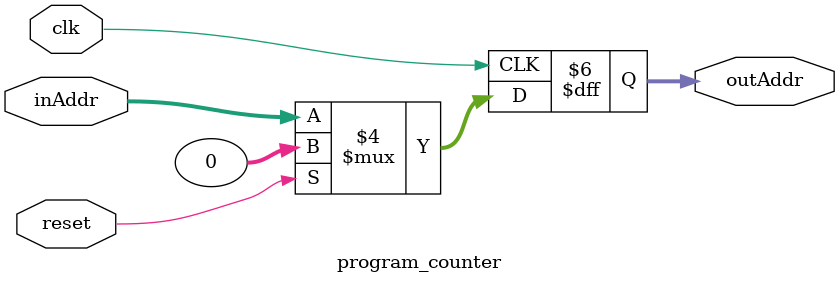
<source format=v>
/*
	Authored 2018-2019, Ryan Voo.

	All rights reserved.
	Redistribution and use in source and binary forms, with or without
	modification, are permitted provided that the following conditions
	are met:

	*	Redistributions of source code must retain the above
		copyright notice, this list of conditions and the following
		disclaimer.

	*	Redistributions in binary form must reproduce the above
		copyright notice, this list of conditions and the following
		disclaimer in the documentation and/or other materials
		provided with the distribution.

	*	Neither the name of the author nor the names of its
		contributors may be used to endorse or promote products
		derived from this software without specific prior written
		permission.

	THIS SOFTWARE IS PROVIDED BY THE COPYRIGHT HOLDERS AND CONTRIBUTORS
	"AS IS" AND ANY EXPRESS OR IMPLIED WARRANTIES, INCLUDING, BUT NOT
	LIMITED TO, THE IMPLIED WARRANTIES OF MERCHANTABILITY AND FITNESS
	FOR A PARTICULAR PURPOSE ARE DISCLAIMED. IN NO EVENT SHALL THE
	COPYRIGHT OWNER OR CONTRIBUTORS BE LIABLE FOR ANY DIRECT, INDIRECT,
	INCIDENTAL, SPECIAL, EXEMPLARY, OR CONSEQUENTIAL DAMAGES (INCLUDING,
	BUT NOT LIMITED TO, PROCUREMENT OF SUBSTITUTE GOODS OR SERVICES;
	LOSS OF USE, DATA, OR PROFITS; OR BUSINESS INTERRUPTION) HOWEVER
	CAUSED AND ON ANY THEORY OF LIABILITY, WHETHER IN CONTRACT, STRICT
	LIABILITY, OR TORT (INCLUDING NEGLIGENCE OR OTHERWISE) ARISING IN
	ANY WAY OUT OF THE USE OF THIS SOFTWARE, EVEN IF ADVISED OF THE
	POSSIBILITY OF SUCH DAMAGE.
*/



/*
 *	Description:
 *
 *		This module implements the program counter
 */



module program_counter(inAddr, outAddr, clk, reset);
	input			clk;
	input 		reset;
	input [31:0]		inAddr;
	output reg[31:0]	outAddr;
	/*
	 *	This uses Yosys's support for nonzero initial values:
	 *
	 *		https://github.com/YosysHQ/yosys/commit/0793f1b196df536975a044a4ce53025c81d00c7f
	 *
	 *	Rather than using this simulation construct (`initial`),
	 *	the design should instead use a reset signal going to
	 *	modules in the design.
	 */
	initial begin
		outAddr = 32'b0;
	end
	always @(posedge clk) begin
		if(reset) begin
			outAddr <= 32'b0;
		end else begin
			outAddr <= inAddr;
		end
	end
endmodule

</source>
